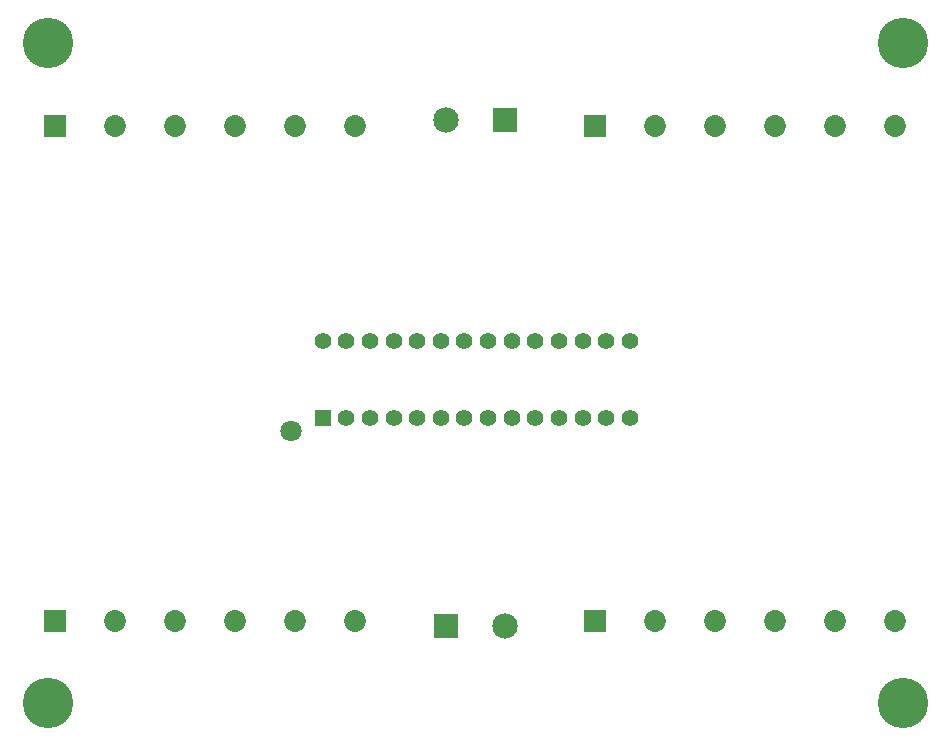
<source format=gbs>
G04*
G04 #@! TF.GenerationSoftware,Altium Limited,Altium Designer,20.1.14 (287)*
G04*
G04 Layer_Color=16711935*
%FSLAX25Y25*%
%MOIN*%
G70*
G04*
G04 #@! TF.SameCoordinates,2D993F0E-9169-457A-8C09-F8E6D10386A7*
G04*
G04*
G04 #@! TF.FilePolarity,Negative*
G04*
G01*
G75*
%ADD15R,0.07296X0.07296*%
%ADD16C,0.07296*%
%ADD17C,0.08477*%
%ADD18R,0.08477X0.08477*%
%ADD19C,0.16800*%
%ADD20C,0.07099*%
%ADD21R,0.05524X0.05524*%
%ADD22C,0.05524*%
D15*
X196500Y41500D02*
D03*
X16500D02*
D03*
X196500Y206500D02*
D03*
X16500D02*
D03*
D16*
X216500Y41500D02*
D03*
X236500D02*
D03*
X256500D02*
D03*
X276500D02*
D03*
X296500D02*
D03*
X36500D02*
D03*
X56500D02*
D03*
X76500D02*
D03*
X96500D02*
D03*
X116500D02*
D03*
X216500Y206500D02*
D03*
X236500D02*
D03*
X256500D02*
D03*
X276500D02*
D03*
X296500D02*
D03*
X36500D02*
D03*
X56500D02*
D03*
X76500D02*
D03*
X96500D02*
D03*
X116500D02*
D03*
D17*
X166342Y39728D02*
D03*
X146658Y208272D02*
D03*
D18*
Y39728D02*
D03*
X166342Y208272D02*
D03*
D19*
X14000Y234000D02*
D03*
X299000D02*
D03*
Y14000D02*
D03*
X14000D02*
D03*
D20*
X95201Y104669D02*
D03*
D21*
X105634Y109000D02*
D03*
D22*
X113508D02*
D03*
X121382D02*
D03*
X129256D02*
D03*
X137130D02*
D03*
X145004D02*
D03*
X152878D02*
D03*
X160752D02*
D03*
X168626D02*
D03*
X176500D02*
D03*
X184374D02*
D03*
X192248D02*
D03*
X200122D02*
D03*
X207996D02*
D03*
X105634Y134591D02*
D03*
X113508D02*
D03*
X121382D02*
D03*
X129256D02*
D03*
X137130D02*
D03*
X145004D02*
D03*
X152878D02*
D03*
X160752D02*
D03*
X168626D02*
D03*
X176500D02*
D03*
X184374D02*
D03*
X192248D02*
D03*
X200122D02*
D03*
X207996D02*
D03*
M02*

</source>
